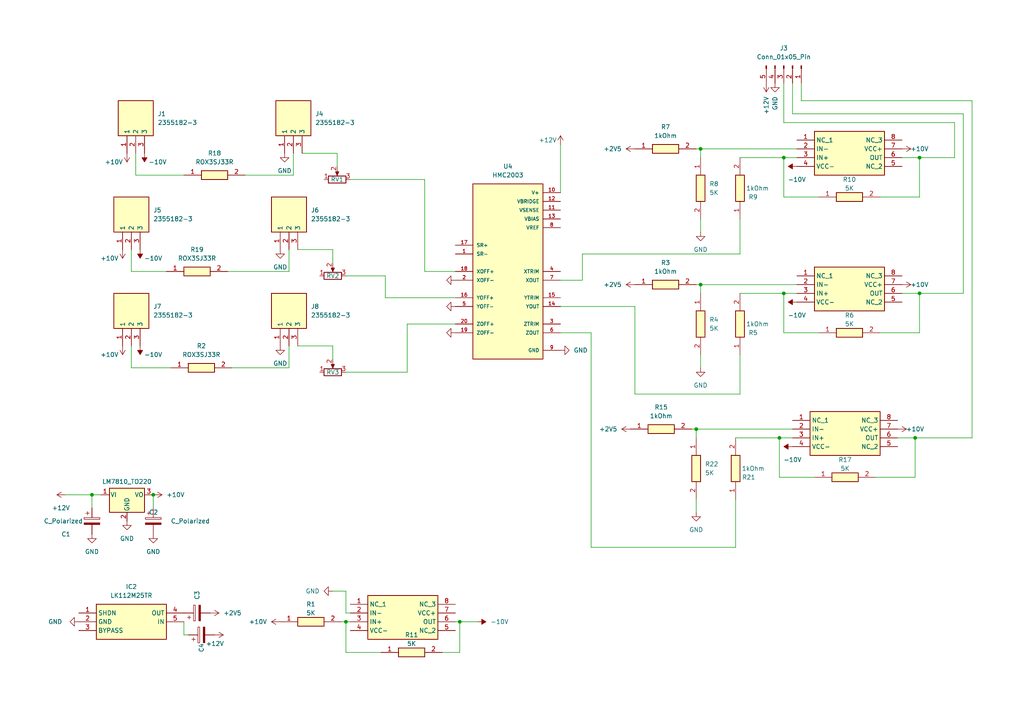
<source format=kicad_sch>
(kicad_sch (version 20230121) (generator eeschema)
  (paper "A4")
  (lib_symbols
    (symbol "2355182-3:2355182-3"
      (property "Reference" "J" (at 16.51 7.62 0))
      (property "Value" "2355182-3" (at 16.51 5.08 0))
      (symbol "2355182-3_1_1"
        (rectangle (start 5.08 2.54) (end 15.24 -7.62) (stroke (width 0.254)) (fill (type background)))
        (pin passive line (at 0 0 0) (length 5.08) (name "1") (number "1"))
        (pin passive line (at 0 -2.54 0) (length 5.08) (name "2") (number "2"))
        (pin passive line (at 0 -5.08 0) (length 5.08) (name "3") (number "3"))
      )
    )
    (symbol "CMF075K0000JNEK:CMF075K0000JNEK" (pin_names hide)
      (property "Reference" "R" (at 13.97 6.35 0))
      (property "Value" "CMF075K0000JNEK" (at 13.97 3.81 0))
      (symbol "CMF075K0000JNEK_1_1"
        (rectangle (start 5.08 1.27) (end 12.7 -1.27) (stroke (width 0.254)) (fill (type background)))
        (pin passive line (at 0 0 0) (length 5.08) (name "1") (number "1"))
        (pin passive line (at 17.78 0 180) (length 5.08) (name "2") (number "2"))
      )
    )
    (symbol "Connector:Conn_01x05_Pin" (pin_names (offset 1.016) hide)
      (property "Reference" "J" (at 0 7.62 0))
      (property "Value" "Conn_01x05_Pin" (at 0 -7.62 0))
      (symbol "Conn_01x05_Pin_1_1"
        (polyline (pts (xy 1.27 -5.08) (xy 0.8636 -5.08)) (stroke (width 0.1524)))
        (polyline (pts (xy 1.27 -2.54) (xy 0.8636 -2.54)) (stroke (width 0.1524)))
        (polyline (pts (xy 1.27 0) (xy 0.8636 0)) (stroke (width 0.1524)))
        (polyline (pts (xy 1.27 2.54) (xy 0.8636 2.54)) (stroke (width 0.1524)))
        (polyline (pts (xy 1.27 5.08) (xy 0.8636 5.08)) (stroke (width 0.1524)))
        (rectangle (start 0.8636 -4.953) (end 0 -5.207) (stroke (width 0.1524)) (fill (type outline)))
        (rectangle (start 0.8636 -2.413) (end 0 -2.667) (stroke (width 0.1524)) (fill (type outline)))
        (rectangle (start 0.8636 0.127) (end 0 -0.127) (stroke (width 0.1524)) (fill (type outline)))
        (rectangle (start 0.8636 2.667) (end 0 2.413) (stroke (width 0.1524)) (fill (type outline)))
        (rectangle (start 0.8636 5.207) (end 0 4.953) (stroke (width 0.1524)) (fill (type outline)))
        (pin passive line (at 5.08 5.08 180) (length 3.81) (name "Pin_1") (number "1"))
        (pin passive line (at 5.08 2.54 180) (length 3.81) (name "Pin_2") (number "2"))
        (pin passive line (at 5.08 0 180) (length 3.81) (name "Pin_3") (number "3"))
        (pin passive line (at 5.08 -2.54 180) (length 3.81) (name "Pin_4") (number "4"))
        (pin passive line (at 5.08 -5.08 180) (length 3.81) (name "Pin_5") (number "5"))
      )
    )
    (symbol "Device:C_Polarized" (pin_numbers hide) (pin_names (offset 0.254))
      (property "Reference" "C" (at 0.635 2.54 0))
      (property "Value" "C_Polarized" (at 0.635 -2.54 0))
      (symbol "C_Polarized_0_1"
        (rectangle (start -2.286 0.508) (end 2.286 1.016))
        (polyline (pts (xy -1.778 2.286) (xy -0.762 2.286)))
        (polyline (pts (xy -1.27 2.794) (xy -1.27 1.778)))
        (rectangle (start 2.286 -0.508) (end -2.286 -1.016) (fill (type outline)))
      )
      (symbol "C_Polarized_1_1"
        (pin passive line (at 0 3.81 270) (length 2.794) (name "~") (number "1"))
        (pin passive line (at 0 -3.81 90) (length 2.794) (name "~") (number "2"))
      )
    )
    (symbol "Device:R_Potentiometer" (pin_names (offset 1.016) hide)
      (property "Reference" "RV" (at -4.445 0 90))
      (property "Value" "R_Potentiometer" (at -2.54 0 90))
      (symbol "R_Potentiometer_0_1"
        (polyline (pts (xy 2.54 0) (xy 1.524 0)))
        (polyline (pts (xy 1.143 0) (xy 2.286 0.508) (xy 2.286 -0.508) (xy 1.143 0)) (fill (type outline)))
        (rectangle (start 1.016 2.54) (end -1.016 -2.54) (stroke (width 0.254)))
      )
      (symbol "R_Potentiometer_1_1"
        (pin passive line (at 0 3.81 270) (length 1.27) (name "1") (number "1"))
        (pin passive line (at 3.81 0 180) (length 1.27) (name "2") (number "2"))
        (pin passive line (at 0 -3.81 90) (length 1.27) (name "3") (number "3"))
      )
    )
    (symbol "HMC2003:HMC2003" (pin_names (offset 1.016))
      (property "Reference" "U" (at -10.16 26.035 0))
      (property "Value" "HMC2003" (at -10.16 -27.94 0))
      (symbol "HMC2003_0_0"
        (rectangle (start -10.16 -25.4) (end 10.16 25.4) (stroke (width 0.254)) (fill (type background)))
        (pin input line (at -15.24 5.08 0) (length 5.08) (name "SR-") (number "1"))
        (pin power_in line (at 15.24 22.86 180) (length 5.08) (name "V+") (number "10"))
        (pin power_in line (at 15.24 17.78 180) (length 5.08) (name "VSENSE") (number "11"))
        (pin power_in line (at 15.24 20.32 180) (length 5.08) (name "VBRIDGE") (number "12"))
        (pin power_in line (at 15.24 15.24 180) (length 5.08) (name "VBIAS") (number "13"))
        (pin output line (at 15.24 -10.16 180) (length 5.08) (name "YOUT") (number "14"))
        (pin passive line (at 15.24 -7.62 180) (length 5.08) (name "YTRIM") (number "15"))
        (pin input line (at -15.24 -7.62 0) (length 5.08) (name "YOFF+") (number "16"))
        (pin input line (at -15.24 7.62 0) (length 5.08) (name "SR+") (number "17"))
        (pin input line (at -15.24 0 0) (length 5.08) (name "XOFF+") (number "18"))
        (pin input line (at -15.24 -17.78 0) (length 5.08) (name "ZOFF-") (number "19"))
        (pin input line (at -15.24 -2.54 0) (length 5.08) (name "XOFF-") (number "2"))
        (pin input line (at -15.24 -15.24 0) (length 5.08) (name "ZOFF+") (number "20"))
        (pin passive line (at 15.24 -15.24 180) (length 5.08) (name "ZTRIM") (number "3"))
        (pin passive line (at 15.24 0 180) (length 5.08) (name "XTRIM") (number "4"))
        (pin input line (at -15.24 -10.16 0) (length 5.08) (name "YOFF-") (number "5"))
        (pin output line (at 15.24 -17.78 180) (length 5.08) (name "ZOUT") (number "6"))
        (pin output line (at 15.24 -2.54 180) (length 5.08) (name "XOUT") (number "7"))
        (pin power_in line (at 15.24 12.7 180) (length 5.08) (name "VREF") (number "8"))
        (pin power_in line (at 15.24 -22.86 180) (length 5.08) (name "GND") (number "9"))
      )
    )
    (symbol "LK112M25TR:LK112M25TR"
      (property "Reference" "IC" (at 26.67 7.62 0))
      (property "Value" "LK112M25TR" (at 26.67 5.08 0))
      (symbol "LK112M25TR_1_1"
        (rectangle (start 5.08 2.54) (end 25.4 -7.62) (stroke (width 0.254)) (fill (type background)))
        (pin input line (at 0 0 0) (length 5.08) (name "SHDN") (number "1"))
        (pin power_in line (at 0 -2.54 0) (length 5.08) (name "GND") (number "2"))
        (pin passive line (at 0 -5.08 0) (length 5.08) (name "BYPASS") (number "3"))
        (pin output line (at 30.48 0 180) (length 5.08) (name "OUT") (number "4"))
        (pin input line (at 30.48 -2.54 180) (length 5.08) (name "IN") (number "5"))
      )
    )
    (symbol "ROX3SJ33R:ROX3SJ33R" (pin_names hide)
      (property "Reference" "R" (at 13.97 6.35 0))
      (property "Value" "ROX3SJ33R" (at 13.97 3.81 0))
      (symbol "ROX3SJ33R_1_1"
        (rectangle (start 5.08 1.27) (end 12.7 -1.27) (stroke (width 0.254)) (fill (type background)))
        (pin passive line (at 0 0 0) (length 5.08) (name "1") (number "1"))
        (pin passive line (at 17.78 0 180) (length 5.08) (name "2") (number "2"))
      )
    )
    (symbol "RSF1JT1K00:RSF1JT1K00" (pin_names hide)
      (property "Reference" "R" (at 13.97 6.35 0))
      (property "Value" "RSF1JT1K00" (at 13.97 3.81 0))
      (symbol "RSF1JT1K00_1_1"
        (rectangle (start 5.08 1.27) (end 12.7 -1.27) (stroke (width 0.254)) (fill (type background)))
        (pin passive line (at 0 0 0) (length 5.08) (name "1") (number "1"))
        (pin passive line (at 17.78 0 180) (length 5.08) (name "2") (number "2"))
      )
    )
    (symbol "Regulator_Linear:LM7810_TO220" (pin_names (offset 0.254))
      (property "Reference" "U" (at -3.81 3.175 0))
      (property "Value" "LM7810_TO220" (at 0 3.175 0))
      (symbol "LM7810_TO220_0_1"
        (rectangle (start -5.08 1.905) (end 5.08 -5.08) (stroke (width 0.254)) (fill (type background)))
      )
      (symbol "LM7810_TO220_1_1"
        (pin power_in line (at -7.62 0 0) (length 2.54) (name "VI") (number "1"))
        (pin power_in line (at 0 -7.62 90) (length 2.54) (name "GND") (number "2"))
        (pin power_out line (at 7.62 0 180) (length 2.54) (name "VO") (number "3"))
      )
    )
    (symbol "TL971ID:TL971ID"
      (property "Reference" "IC" (at 26.67 7.62 0))
      (property "Value" "TL971ID" (at 26.67 5.08 0))
      (symbol "TL971ID_1_1"
        (rectangle (start 5.08 2.54) (end 25.4 -10.16) (stroke (width 0.254)) (fill (type background)))
        (pin passive line (at 0 0 0) (length 5.08) (name "NC_1") (number "1"))
        (pin passive line (at 0 -2.54 0) (length 5.08) (name "IN-") (number "2"))
        (pin passive line (at 0 -5.08 0) (length 5.08) (name "IN+") (number "3"))
        (pin passive line (at 0 -7.62 0) (length 5.08) (name "VCC-") (number "4"))
        (pin passive line (at 30.48 -7.62 180) (length 5.08) (name "NC_2") (number "5"))
        (pin passive line (at 30.48 -5.08 180) (length 5.08) (name "OUT") (number "6"))
        (pin passive line (at 30.48 -2.54 180) (length 5.08) (name "VCC+") (number "7"))
        (pin passive line (at 30.48 0 180) (length 5.08) (name "NC_3") (number "8"))
      )
    )
    (symbol "power:+10V" (power) (pin_names (offset 0))
      (property "Value" "+10V" (at 0 3.556 0))
      (symbol "+10V_0_1"
        (polyline (pts (xy -0.762 1.27) (xy 0 2.54)))
        (polyline (pts (xy 0 0) (xy 0 2.54)))
        (polyline (pts (xy 0 2.54) (xy 0.762 1.27)))
      )
      (symbol "+10V_1_1"
        (pin power_in line (at 0 0 90) (length 0) hide (name "+10V") (number "1"))
      )
    )
    (symbol "power:+12V" (power) (pin_names (offset 0))
      (property "Value" "+12V" (at 0 3.556 0))
      (symbol "+12V_0_1"
        (polyline (pts (xy -0.762 1.27) (xy 0 2.54)))
        (polyline (pts (xy 0 0) (xy 0 2.54)))
        (polyline (pts (xy 0 2.54) (xy 0.762 1.27)))
      )
      (symbol "+12V_1_1"
        (pin power_in line (at 0 0 90) (length 0) hide (name "+12V") (number "1"))
      )
    )
    (symbol "power:+2V5" (power) (pin_names (offset 0))
      (property "Value" "+2V5" (at 0 3.556 0))
      (symbol "+2V5_0_1"
        (polyline (pts (xy -0.762 1.27) (xy 0 2.54)))
        (polyline (pts (xy 0 0) (xy 0 2.54)))
        (polyline (pts (xy 0 2.54) (xy 0.762 1.27)))
      )
      (symbol "+2V5_1_1"
        (pin power_in line (at 0 0 90) (length 0) hide (name "+2V5") (number "1"))
      )
    )
    (symbol "power:-10V" (power) (pin_names (offset 0))
      (property "Value" "-10V" (at 0 3.81 0))
      (symbol "-10V_0_0"
        (pin power_in line (at 0 0 90) (length 0) hide (name "-10V") (number "1"))
      )
      (symbol "-10V_0_1"
        (polyline (pts (xy 0 0) (xy 0 1.27) (xy 0.762 1.27) (xy 0 2.54) (xy -0.762 1.27) (xy 0 1.27)) (fill (type outline)))
      )
    )
    (symbol "power:GND" (power) (pin_names (offset 0))
      (property "Value" "GND" (at 0 -3.81 0))
      (symbol "GND_0_1"
        (polyline (pts (xy 0 0) (xy 0 -1.27) (xy 1.27 -1.27) (xy 0 -2.54) (xy -1.27 -1.27) (xy 0 -1.27)))
      )
      (symbol "GND_1_1"
        (pin power_in line (at 0 0 270) (length 0) hide (name "GND") (number "1"))
      )
    )
  )
  (junction (at 26.67 143.51))
  (junction (at 227.33 85.09))
  (junction (at 100.33 180.34))
  (junction (at 44.45 143.51))
  (junction (at 203.2 43.18))
  (junction (at 201.93 124.46))
  (junction (at 133.35 180.34))
  (junction (at 226.06 127))
  (junction (at 203.2 82.55))
  (junction (at 266.7 45.72))
  (junction (at 265.43 127))
  (junction (at 266.7 85.09))
  (junction (at 227.33 45.72))
  (wire (pts (xy 279.4 33.02) (xy 229.87 33.02)))
  (wire (pts (xy 133.35 189.23) (xy 133.35 180.34)))
  (wire (pts (xy 67.31 106.68) (xy 83.82 106.68)))
  (wire (pts (xy 276.86 35.56) (xy 227.33 35.56)))
  (wire (pts (xy 281.94 29.21) (xy 281.94 127)))
  (wire (pts (xy 227.33 57.15) (xy 237.49 57.15)))
  (wire (pts (xy 201.93 82.55) (xy 203.2 82.55)))
  (wire (pts (xy 227.33 57.15) (xy 227.33 45.72)))
  (wire (pts (xy 162.56 88.9) (xy 184.15 88.9)))
  (wire (pts (xy 118.11 107.95) (xy 118.11 93.98)))
  (wire (pts (xy 203.2 82.55) (xy 231.14 82.55)))
  (wire (pts (xy 279.4 85.09) (xy 279.4 33.02)))
  (wire (pts (xy 254 138.43) (xy 265.43 138.43)))
  (wire (pts (xy 38.1 106.68) (xy 49.53 106.68)))
  (wire (pts (xy 133.35 180.34) (xy 132.08 180.34)))
  (wire (pts (xy 232.41 29.21) (xy 281.94 29.21)))
  (wire (pts (xy 118.11 93.98) (xy 132.08 93.98)))
  (wire (pts (xy 227.33 96.52) (xy 237.49 96.52)))
  (wire (pts (xy 123.19 78.74) (xy 132.08 78.74)))
  (wire (pts (xy 214.63 85.09) (xy 227.33 85.09)))
  (wire (pts (xy 214.63 45.72) (xy 227.33 45.72)))
  (wire (pts (xy 66.04 78.74) (xy 83.82 78.74)))
  (wire (pts (xy 265.43 138.43) (xy 265.43 127)))
  (wire (pts (xy 38.1 78.74) (xy 48.26 78.74)))
  (wire (pts (xy 44.45 143.51) (xy 44.45 147.32)))
  (wire (pts (xy 203.2 102.87) (xy 203.2 106.68)))
  (wire (pts (xy 201.93 124.46) (xy 201.93 127)))
  (wire (pts (xy 83.82 78.74) (xy 83.82 72.39)))
  (wire (pts (xy 128.27 189.23) (xy 133.35 189.23)))
  (wire (pts (xy 39.37 44.45) (xy 39.37 50.8)))
  (wire (pts (xy 162.56 96.52) (xy 171.45 96.52)))
  (wire (pts (xy 101.6 177.8) (xy 100.33 177.8)))
  (wire (pts (xy 201.93 144.78) (xy 201.93 148.59)))
  (wire (pts (xy 99.06 180.34) (xy 100.33 180.34)))
  (wire (pts (xy 265.43 127) (xy 281.94 127)))
  (wire (pts (xy 101.6 52.07) (xy 123.19 52.07)))
  (wire (pts (xy 214.63 73.66) (xy 214.63 63.5)))
  (wire (pts (xy 213.36 127) (xy 226.06 127)))
  (wire (pts (xy 168.91 73.66) (xy 168.91 81.28)))
  (wire (pts (xy 171.45 96.52) (xy 171.45 158.75)))
  (wire (pts (xy 260.35 127) (xy 265.43 127)))
  (wire (pts (xy 203.2 63.5) (xy 203.2 67.31)))
  (wire (pts (xy 26.67 143.51) (xy 26.67 147.32)))
  (wire (pts (xy 201.93 43.18) (xy 203.2 43.18)))
  (wire (pts (xy 87.63 44.45) (xy 97.79 44.45)))
  (wire (pts (xy 226.06 138.43) (xy 226.06 127)))
  (wire (pts (xy 38.1 100.33) (xy 38.1 106.68)))
  (wire (pts (xy 226.06 138.43) (xy 236.22 138.43)))
  (wire (pts (xy 266.7 96.52) (xy 266.7 85.09)))
  (wire (pts (xy 227.33 45.72) (xy 231.14 45.72)))
  (wire (pts (xy 85.09 50.8) (xy 85.09 44.45)))
  (wire (pts (xy 201.93 124.46) (xy 229.87 124.46)))
  (wire (pts (xy 100.33 107.95) (xy 118.11 107.95)))
  (wire (pts (xy 86.36 100.33) (xy 96.52 100.33)))
  (wire (pts (xy 184.15 114.3) (xy 214.63 114.3)))
  (wire (pts (xy 214.63 102.87) (xy 214.63 114.3)))
  (wire (pts (xy 26.67 143.51) (xy 29.21 143.51)))
  (wire (pts (xy 261.62 85.09) (xy 266.7 85.09)))
  (wire (pts (xy 96.52 100.33) (xy 96.52 104.14)))
  (wire (pts (xy 226.06 127) (xy 229.87 127)))
  (wire (pts (xy 100.33 177.8) (xy 100.33 171.45)))
  (wire (pts (xy 162.56 41.91) (xy 162.56 55.88)))
  (wire (pts (xy 83.82 106.68) (xy 83.82 100.33)))
  (wire (pts (xy 213.36 158.75) (xy 213.36 144.78)))
  (wire (pts (xy 229.87 33.02) (xy 229.87 24.13)))
  (wire (pts (xy 100.33 80.01) (xy 111.76 80.01)))
  (wire (pts (xy 111.76 80.01) (xy 111.76 86.36)))
  (wire (pts (xy 19.05 143.51) (xy 26.67 143.51)))
  (wire (pts (xy 227.33 96.52) (xy 227.33 85.09)))
  (wire (pts (xy 266.7 45.72) (xy 276.86 45.72)))
  (wire (pts (xy 110.49 189.23) (xy 100.33 189.23)))
  (wire (pts (xy 97.79 44.45) (xy 97.79 48.26)))
  (wire (pts (xy 255.27 57.15) (xy 266.7 57.15)))
  (wire (pts (xy 266.7 85.09) (xy 279.4 85.09)))
  (wire (pts (xy 162.56 81.28) (xy 168.91 81.28)))
  (wire (pts (xy 203.2 82.55) (xy 203.2 85.09)))
  (wire (pts (xy 266.7 57.15) (xy 266.7 45.72)))
  (wire (pts (xy 232.41 24.13) (xy 232.41 29.21)))
  (wire (pts (xy 168.91 73.66) (xy 214.63 73.66)))
  (wire (pts (xy 276.86 45.72) (xy 276.86 35.56)))
  (wire (pts (xy 184.15 88.9) (xy 184.15 114.3)))
  (wire (pts (xy 200.66 124.46) (xy 201.93 124.46)))
  (wire (pts (xy 100.33 189.23) (xy 100.33 180.34)))
  (wire (pts (xy 86.36 72.39) (xy 96.52 72.39)))
  (wire (pts (xy 38.1 72.39) (xy 38.1 78.74)))
  (wire (pts (xy 203.2 43.18) (xy 231.14 43.18)))
  (wire (pts (xy 138.43 180.34) (xy 133.35 180.34)))
  (wire (pts (xy 100.33 180.34) (xy 101.6 180.34)))
  (wire (pts (xy 39.37 50.8) (xy 53.34 50.8)))
  (wire (pts (xy 171.45 158.75) (xy 213.36 158.75)))
  (wire (pts (xy 71.12 50.8) (xy 85.09 50.8)))
  (wire (pts (xy 227.33 85.09) (xy 231.14 85.09)))
  (wire (pts (xy 203.2 43.18) (xy 203.2 45.72)))
  (wire (pts (xy 227.33 35.56) (xy 227.33 24.13)))
  (wire (pts (xy 96.52 72.39) (xy 96.52 76.2)))
  (wire (pts (xy 111.76 86.36) (xy 132.08 86.36)))
  (wire (pts (xy 100.33 171.45) (xy 96.52 171.45)))
  (wire (pts (xy 53.34 184.15) (xy 54.61 184.15)))
  (wire (pts (xy 261.62 45.72) (xy 266.7 45.72)))
  (wire (pts (xy 123.19 52.07) (xy 123.19 78.74)))
  (wire (pts (xy 53.34 180.34) (xy 53.34 184.15)))
  (wire (pts (xy 255.27 96.52) (xy 266.7 96.52)))
  (symbol (lib_id "Device:C_Polarized") (at 44.45 151.13 0) (unit 1)
    (property "Reference" "C2" (at 43.18 148.59 0) (effects (justify left)))
    (property "Value" "C_Polarized" (at 49.53 151.13 0) (effects (justify left)))
    (property "Footprint" "KiCad:CAPRRD750W80D1600H4150" (effects hide))
  )
  (symbol (lib_id "power:-10V") (at 138.43 180.34 270) (unit 1)
    (property "Reference" "#PWR013" (effects hide))
    (property "Value" "-10V" (at 142.24 180.34 90) (effects (justify left)))
  )
  (symbol (lib_id "TL971ID:TL971ID") (at 231.14 40.64 0) (unit 1)
    (property "Reference" "IC5" (effects hide))
    (property "Value" "TL971ID" (effects hide))
    (property "Footprint" "KiCad:SOIC127P600X175-8N" (effects hide))
    (property "Datasheet" "http://www.ti.com/lit/gpn/TL971" (effects hide))
    (property "Height" "1.75" (effects hide))
    (property "Mouser Part Number" "595-TL971ID" (effects hide))
    (property "Mouser Price/Stock" "https://www.mouser.co.uk/ProductDetail/Texas-Instruments/TL971ID/?qs=oFh0aswXlb%2F4uFo1nyomGQ%3D%3D" (effects hide))
    (property "Manufacturer_Name" "Texas Instruments" (effects hide))
    (property "Manufacturer_Part_Number" "TL971ID" (effects hide))
  )
  (symbol (lib_id "power:+12V") (at 162.56 41.91 0) (unit 1)
    (property "Reference" "#PWR04" (effects hide))
    (property "Value" "+12V" (at 156.21 40.64 0) (effects (justify left)))
  )
  (symbol (lib_id "Device:R_Potentiometer") (at 96.52 107.95 90) (unit 1)
    (property "Reference" "RV3" (at 96.52 107.95 90))
    (property "Value" "R_Potentiometer" (effects hide))
    (property "Footprint" "Potentiometer_THT:Potentiometer_ACP_CA6-H2,5_Horizontal" (effects hide))
  )
  (symbol (lib_id "CMF075K0000JNEK:CMF075K0000JNEK") (at 237.49 57.15 0) (unit 1)
    (property "Reference" "R10" (at 246.38 52.07 0))
    (property "Value" "5K" (at 246.38 54.61 0))
    (property "Footprint" "KiCad:RESAD1653W69L737D229" (effects hide))
    (property "Datasheet" "http://www.vishay.com/docs/31018/cmfind.pdf" (effects hide))
    (property "Manufacturer_Name" "Vishay" (effects hide))
    (property "Manufacturer_Part_Number" "CMF075K0000JNEK" (effects hide))
  )
  (symbol (lib_id "ROX3SJ33R:ROX3SJ33R") (at 53.34 50.8 0) (unit 1)
    (property "Reference" "R18" (at 62.23 44.45 0))
    (property "Value" "ROX3SJ33R" (at 62.23 46.99 0))
    (property "Footprint" "KiCad:RESAD3700W80L1500D550" (effects hide))
    (property "Datasheet" "https://datasheet.datasheetarchive.com/originals/distributors/DKDS-39/9124.pdf" (effects hide))
    (property "Mouser Part Number" "279-ROX3SJ33R" (effects hide))
    (property "Mouser Price/Stock" "https://www.mouser.co.uk/ProductDetail/TE-Connectivity-Holsworthy/ROX3SJ33R?qs=ip69W3eHERVJGWl7kMO4nA%3D%3D" (effects hide))
    (property "Manufacturer_Name" "TE Connectivity" (effects hide))
    (property "Manufacturer_Part_Number" "ROX3SJ33R" (effects hide))
  )
  (symbol (lib_id "power:GND") (at 201.93 148.59 0) (unit 1)
    (property "Reference" "#PWR041" (effects hide))
    (property "Value" "GND" (at 201.93 153.67 0))
  )
  (symbol (lib_id "RSF1JT1K00:RSF1JT1K00") (at 184.15 43.18 0) (unit 1)
    (property "Reference" "R7" (at 193.04 36.83 0))
    (property "Value" "1kOhm" (at 193.04 39.37 0))
    (property "Footprint" "KiCad:RESAD2900W85L1100D450" (effects hide))
    (property "Datasheet" "https://cs.seielect.com/catalog/SEI-RSF_RSMF.pdf" (effects hide))
    (property "Manufacturer_Name" "Stackpole Electronics, Inc." (effects hide))
    (property "Manufacturer_Part_Number" "RSF1JT1K00" (effects hide))
  )
  (symbol (lib_id "power:+10V") (at 35.56 100.33 180) (unit 1)
    (property "Reference" "#PWR037" (effects hide))
    (property "Value" "+10V" (at 31.75 102.87 0))
  )
  (symbol (lib_id "RSF1JT1K00:RSF1JT1K00") (at 182.88 124.46 0) (unit 1)
    (property "Reference" "R15" (at 191.77 118.11 0))
    (property "Value" "1kOhm" (at 191.77 120.65 0))
    (property "Footprint" "KiCad:RESAD2900W85L1100D450" (effects hide))
    (property "Datasheet" "https://cs.seielect.com/catalog/SEI-RSF_RSMF.pdf" (effects hide))
    (property "Manufacturer_Name" "Stackpole Electronics, Inc." (effects hide))
    (property "Manufacturer_Part_Number" "RSF1JT1K00" (effects hide))
  )
  (symbol (lib_id "ROX3SJ33R:ROX3SJ33R") (at 49.53 106.68 0) (unit 1)
    (property "Reference" "R2" (at 58.42 100.33 0))
    (property "Value" "ROX3SJ33R" (at 58.42 102.87 0))
    (property "Footprint" "KiCad:RESAD3700W80L1500D550" (effects hide))
    (property "Datasheet" "https://datasheet.datasheetarchive.com/originals/distributors/DKDS-39/9124.pdf" (effects hide))
    (property "Mouser Part Number" "279-ROX3SJ33R" (effects hide))
    (property "Mouser Price/Stock" "https://www.mouser.co.uk/ProductDetail/TE-Connectivity-Holsworthy/ROX3SJ33R?qs=ip69W3eHERVJGWl7kMO4nA%3D%3D" (effects hide))
    (property "Manufacturer_Name" "TE Connectivity" (effects hide))
    (property "Manufacturer_Part_Number" "ROX3SJ33R" (effects hide))
  )
  (symbol (lib_id "power:+10V") (at 35.56 72.39 180) (unit 1)
    (property "Reference" "#PWR034" (effects hide))
    (property "Value" "+10V" (at 31.75 74.93 0))
  )
  (symbol (lib_id "2355182-3:2355182-3") (at 81.28 100.33 90) (unit 1)
    (property "Reference" "J8" (at 90.17 88.9 90) (effects (justify right)))
    (property "Value" "2355182-3" (at 90.17 91.44 90) (effects (justify right)))
    (property "Footprint" "KiCad:HDRV3W50P0X200_1X3_600X200X550P" (effects hide))
    (property "Datasheet" "https://www.te.com/commerce/DocumentDelivery/DDEController?Action=srchrtrv&DocNm=2355182&DocType=Customer+Drawing&DocLang=English&DocFormat=pdf&PartCntxt=2355182-3" (effects hide))
    (property "Height" "5.5" (effects hide))
    (property "Mouser Part Number" "571-2355182-3" (effects hide))
    (property "Mouser Price/Stock" "https://www.mouser.co.uk/ProductDetail/TE-Connectivity/2355182-3?qs=Cb2nCFKsA8qFdalzWsoTCg%3D%3D" (effects hide))
    (property "Manufacturer_Name" "TE Connectivity" (effects hide))
    (property "Manufacturer_Part_Number" "2355182-3" (effects hide))
  )
  (symbol (lib_id "TL971ID:TL971ID") (at 229.87 121.92 0) (unit 1)
    (property "Reference" "IC3" (effects hide))
    (property "Value" "TL971ID" (effects hide))
    (property "Footprint" "KiCad:SOIC127P600X175-8N" (effects hide))
    (property "Datasheet" "http://www.ti.com/lit/gpn/TL971" (effects hide))
    (property "Height" "1.75" (effects hide))
    (property "Mouser Part Number" "595-TL971ID" (effects hide))
    (property "Mouser Price/Stock" "https://www.mouser.co.uk/ProductDetail/Texas-Instruments/TL971ID/?qs=oFh0aswXlb%2F4uFo1nyomGQ%3D%3D" (effects hide))
    (property "Manufacturer_Name" "Texas Instruments" (effects hide))
    (property "Manufacturer_Part_Number" "TL971ID" (effects hide))
  )
  (symbol (lib_id "power:GND") (at 203.2 67.31 0) (unit 1)
    (property "Reference" "#PWR020" (effects hide))
    (property "Value" "GND" (at 203.2 72.39 0))
  )
  (symbol (lib_id "power:GND") (at 81.28 72.39 0) (unit 1)
    (property "Reference" "#PWR036" (effects hide))
    (property "Value" "GND" (at 81.28 77.47 0))
  )
  (symbol (lib_id "power:GND") (at 81.28 100.33 0) (unit 1)
    (property "Reference" "#PWR039" (effects hide))
    (property "Value" "GND" (at 81.28 105.41 0))
  )
  (symbol (lib_id "Device:R_Potentiometer") (at 96.52 80.01 90) (unit 1)
    (property "Reference" "RV2" (at 96.52 80.01 90))
    (property "Value" "R_Potentiometer" (effects hide))
    (property "Footprint" "Potentiometer_THT:Potentiometer_ACP_CA6-H2,5_Horizontal" (effects hide))
  )
  (symbol (lib_id "CMF075K0000JNEK:CMF075K0000JNEK") (at 237.49 96.52 0) (unit 1)
    (property "Reference" "R6" (at 246.38 91.44 0))
    (property "Value" "5K" (at 246.38 93.98 0))
    (property "Footprint" "KiCad:RESAD1653W69L737D229" (effects hide))
    (property "Datasheet" "http://www.vishay.com/docs/31018/cmfind.pdf" (effects hide))
    (property "Manufacturer_Name" "Vishay" (effects hide))
    (property "Manufacturer_Part_Number" "CMF075K0000JNEK" (effects hide))
  )
  (symbol (lib_id "CMF075K0000JNEK:CMF075K0000JNEK") (at 236.22 138.43 0) (unit 1)
    (property "Reference" "R17" (at 245.11 133.35 0))
    (property "Value" "5K" (at 245.11 135.89 0))
    (property "Footprint" "KiCad:RESAD1653W69L737D229" (effects hide))
    (property "Datasheet" "http://www.vishay.com/docs/31018/cmfind.pdf" (effects hide))
    (property "Manufacturer_Name" "Vishay" (effects hide))
    (property "Manufacturer_Part_Number" "CMF075K0000JNEK" (effects hide))
  )
  (symbol (lib_id "power:GND") (at 36.83 151.13 0) (unit 1)
    (property "Reference" "#PWR02" (effects hide))
    (property "Value" "GND" (at 36.83 156.21 0))
  )
  (symbol (lib_id "Device:C_Polarized") (at 57.15 177.8 90) (unit 1)
    (property "Reference" "C3" (at 57.15 173.99 0) (effects (justify left)))
    (property "Value" "C_Polarized" (effects hide))
    (property "Footprint" "KiCad:CAPRRD750W80D1600H4150" (effects hide))
  )
  (symbol (lib_id "power:GND") (at 203.2 106.68 0) (unit 1)
    (property "Reference" "#PWR016" (effects hide))
    (property "Value" "GND" (at 203.2 111.76 0))
  )
  (symbol (lib_id "power:+10V") (at 261.62 43.18 270) (unit 1)
    (property "Reference" "#PWR022" (effects hide))
    (property "Value" "+10V" (at 266.7 43.18 90))
  )
  (symbol (lib_id "HMC2003:HMC2003") (at 147.32 78.74 0) (unit 1)
    (property "Reference" "U4" (at 147.32 48.26 0))
    (property "Value" "HMC2003" (at 147.32 50.8 0))
    (property "Footprint" "KiCad:DIPS1524W64P254L2730H902Q20" (effects hide))
    (property "STANDARD" "IPC-7251" (effects hide))
    (property "MANUFACTURER" "Honeywell" (effects hide))
  )
  (symbol (lib_id "power:GND") (at 26.67 154.94 0) (unit 1)
    (property "Reference" "#PWR030" (effects hide))
    (property "Value" "GND" (at 26.67 160.02 0))
  )
  (symbol (lib_id "power:+12V") (at 62.23 184.15 270) (unit 1)
    (property "Reference" "#PWR024" (effects hide))
    (property "Value" "+12V" (at 59.69 186.69 90) (effects (justify left)))
  )
  (symbol (lib_id "RSF1JT1K00:RSF1JT1K00") (at 214.63 63.5 90) (unit 1)
    (property "Reference" "R9" (at 218.44 57.15 90))
    (property "Value" "1kOhm" (at 219.71 54.61 90))
    (property "Footprint" "KiCad:RESAD2900W85L1100D450" (effects hide))
    (property "Datasheet" "https://cs.seielect.com/catalog/SEI-RSF_RSMF.pdf" (effects hide))
    (property "Manufacturer_Name" "Stackpole Electronics, Inc." (effects hide))
    (property "Manufacturer_Part_Number" "RSF1JT1K00" (effects hide))
  )
  (symbol (lib_id "Device:R_Potentiometer") (at 97.79 52.07 90) (unit 1)
    (property "Reference" "RV1" (at 97.79 52.07 90))
    (property "Value" "R_Potentiometer" (effects hide))
    (property "Footprint" "Potentiometer_THT:Potentiometer_ACP_CA6-H2,5_Horizontal" (effects hide))
  )
  (symbol (lib_id "power:+10V") (at 261.62 82.55 270) (unit 1)
    (property "Reference" "#PWR018" (effects hide))
    (property "Value" "+10V" (at 266.7 82.55 90))
  )
  (symbol (lib_id "power:-10V") (at 41.91 44.45 180) (unit 1)
    (property "Reference" "#PWR028" (effects hide))
    (property "Value" "-10V" (at 45.72 46.99 0))
  )
  (symbol (lib_id "RSF1JT1K00:RSF1JT1K00") (at 184.15 82.55 0) (unit 1)
    (property "Reference" "R3" (at 193.04 76.2 0))
    (property "Value" "1kOhm" (at 193.04 78.74 0))
    (property "Footprint" "KiCad:RESAD2900W85L1100D450" (effects hide))
    (property "Datasheet" "https://cs.seielect.com/catalog/SEI-RSF_RSMF.pdf" (effects hide))
    (property "Manufacturer_Name" "Stackpole Electronics, Inc." (effects hide))
    (property "Manufacturer_Part_Number" "RSF1JT1K00" (effects hide))
  )
  (symbol (lib_id "Regulator_Linear:LM7810_TO220") (at 36.83 143.51 0) (unit 1)
    (property "Reference" "U8" (effects hide))
    (property "Value" "LM7810_TO220" (at 36.83 139.7 0))
    (property "Footprint" "Package_TO_SOT_THT:TO-220-3_Vertical" (effects hide))
    (property "Datasheet" "https://www.onsemi.cn/PowerSolutions/document/MC7800-D.PDF" (effects hide))
  )
  (symbol (lib_id "power:GND") (at 162.56 101.6 90) (unit 1)
    (property "Reference" "#PWR014" (effects hide))
    (property "Value" "GND" (at 166.37 101.6 90) (effects (justify right)))
  )
  (symbol (lib_id "power:GND") (at 132.08 88.9 270) (unit 1)
    (property "Reference" "#PWR032" (effects hide))
    (property "Value" "GND" (effects hide))
  )
  (symbol (lib_id "2355182-3:2355182-3") (at 36.83 44.45 90) (unit 1)
    (property "Reference" "J1" (at 45.72 33.02 90) (effects (justify right)))
    (property "Value" "2355182-3" (at 45.72 35.56 90) (effects (justify right)))
    (property "Footprint" "KiCad:HDRV3W50P0X200_1X3_600X200X550P" (effects hide))
    (property "Datasheet" "https://www.te.com/commerce/DocumentDelivery/DDEController?Action=srchrtrv&DocNm=2355182&DocType=Customer+Drawing&DocLang=English&DocFormat=pdf&PartCntxt=2355182-3" (effects hide))
    (property "Height" "5.5" (effects hide))
    (property "Mouser Part Number" "571-2355182-3" (effects hide))
    (property "Mouser Price/Stock" "https://www.mouser.co.uk/ProductDetail/TE-Connectivity/2355182-3?qs=Cb2nCFKsA8qFdalzWsoTCg%3D%3D" (effects hide))
    (property "Manufacturer_Name" "TE Connectivity" (effects hide))
    (property "Manufacturer_Part_Number" "2355182-3" (effects hide))
  )
  (symbol (lib_id "power:+2V5") (at 182.88 124.46 90) (unit 1)
    (property "Reference" "#PWR040" (effects hide))
    (property "Value" "+2V5" (at 179.07 124.46 90) (effects (justify left)))
  )
  (symbol (lib_id "power:+12V") (at 19.05 143.51 90) (unit 1)
    (property "Reference" "#PWR01" (effects hide))
    (property "Value" "+12V" (at 20.32 147.32 90) (effects (justify left)))
  )
  (symbol (lib_id "ROX3SJ33R:ROX3SJ33R") (at 48.26 78.74 0) (unit 1)
    (property "Reference" "R19" (at 57.15 72.39 0))
    (property "Value" "ROX3SJ33R" (at 57.15 74.93 0))
    (property "Footprint" "KiCad:RESAD3700W80L1500D550" (effects hide))
    (property "Datasheet" "https://datasheet.datasheetarchive.com/originals/distributors/DKDS-39/9124.pdf" (effects hide))
    (property "Mouser Part Number" "279-ROX3SJ33R" (effects hide))
    (property "Mouser Price/Stock" "https://www.mouser.co.uk/ProductDetail/TE-Connectivity-Holsworthy/ROX3SJ33R?qs=ip69W3eHERVJGWl7kMO4nA%3D%3D" (effects hide))
    (property "Manufacturer_Name" "TE Connectivity" (effects hide))
    (property "Manufacturer_Part_Number" "ROX3SJ33R" (effects hide))
  )
  (symbol (lib_id "power:-10V") (at 229.87 129.54 90) (unit 1)
    (property "Reference" "#PWR042" (effects hide))
    (property "Value" "-10V" (at 229.87 133.35 90))
  )
  (symbol (lib_id "power:-10V") (at 40.64 72.39 180) (unit 1)
    (property "Reference" "#PWR035" (effects hide))
    (property "Value" "-10V" (at 44.45 74.93 0))
  )
  (symbol (lib_id "CMF075K0000JNEK:CMF075K0000JNEK") (at 81.28 180.34 0) (unit 1)
    (property "Reference" "R1" (at 90.17 175.26 0))
    (property "Value" "5K" (at 90.17 177.8 0))
    (property "Footprint" "KiCad:RESAD1653W69L737D229" (effects hide))
    (property "Datasheet" "http://www.vishay.com/docs/31018/cmfind.pdf" (effects hide))
    (property "Manufacturer_Name" "Vishay" (effects hide))
    (property "Manufacturer_Part_Number" "CMF075K0000JNEK" (effects hide))
  )
  (symbol (lib_id "power:GND") (at 96.52 171.45 270) (unit 1)
    (property "Reference" "#PWR08" (effects hide))
    (property "Value" "GND" (at 92.71 171.45 90) (effects (justify right)))
  )
  (symbol (lib_id "2355182-3:2355182-3") (at 35.56 72.39 90) (unit 1)
    (property "Reference" "J5" (at 44.45 60.96 90) (effects (justify right)))
    (property "Value" "2355182-3" (at 44.45 63.5 90) (effects (justify right)))
    (property "Footprint" "KiCad:HDRV3W50P0X200_1X3_600X200X550P" (effects hide))
    (property "Datasheet" "https://www.te.com/commerce/DocumentDelivery/DDEController?Action=srchrtrv&DocNm=2355182&DocType=Customer+Drawing&DocLang=English&DocFormat=pdf&PartCntxt=2355182-3" (effects hide))
    (property "Height" "5.5" (effects hide))
    (property "Mouser Part Number" "571-2355182-3" (effects hide))
    (property "Mouser Price/Stock" "https://www.mouser.co.uk/ProductDetail/TE-Connectivity/2355182-3?qs=Cb2nCFKsA8qFdalzWsoTCg%3D%3D" (effects hide))
    (property "Manufacturer_Name" "TE Connectivity" (effects hide))
    (property "Manufacturer_Part_Number" "2355182-3" (effects hide))
  )
  (symbol (lib_id "Device:C_Polarized") (at 58.42 184.15 90) (unit 1)
    (property "Reference" "C4" (at 58.42 189.23 0) (effects (justify left)))
    (property "Value" "C_Polarized" (effects hide))
    (property "Footprint" "KiCad:CAPRRD750W80D1600H4150" (effects hide))
  )
  (symbol (lib_id "power:+2V5") (at 184.15 82.55 90) (unit 1)
    (property "Reference" "#PWR015" (effects hide))
    (property "Value" "+2V5" (at 180.34 82.55 90) (effects (justify left)))
  )
  (symbol (lib_id "power:GND") (at 82.55 44.45 0) (unit 1)
    (property "Reference" "#PWR029" (effects hide))
    (property "Value" "GND" (at 82.55 49.53 0))
  )
  (symbol (lib_id "2355182-3:2355182-3") (at 81.28 72.39 90) (unit 1)
    (property "Reference" "J6" (at 90.17 60.96 90) (effects (justify right)))
    (property "Value" "2355182-3" (at 90.17 63.5 90) (effects (justify right)))
    (property "Footprint" "KiCad:HDRV3W50P0X200_1X3_600X200X550P" (effects hide))
    (property "Datasheet" "https://www.te.com/commerce/DocumentDelivery/DDEController?Action=srchrtrv&DocNm=2355182&DocType=Customer+Drawing&DocLang=English&DocFormat=pdf&PartCntxt=2355182-3" (effects hide))
    (property "Height" "5.5" (effects hide))
    (property "Mouser Part Number" "571-2355182-3" (effects hide))
    (property "Mouser Price/Stock" "https://www.mouser.co.uk/ProductDetail/TE-Connectivity/2355182-3?qs=Cb2nCFKsA8qFdalzWsoTCg%3D%3D" (effects hide))
    (property "Manufacturer_Name" "TE Connectivity" (effects hide))
    (property "Manufacturer_Part_Number" "2355182-3" (effects hide))
  )
  (symbol (lib_id "power:+10V") (at 36.83 44.45 180) (unit 1)
    (property "Reference" "#PWR011" (effects hide))
    (property "Value" "+10V" (at 33.02 46.99 0))
  )
  (symbol (lib_id "2355182-3:2355182-3") (at 35.56 100.33 90) (unit 1)
    (property "Reference" "J7" (at 44.45 88.9 90) (effects (justify right)))
    (property "Value" "2355182-3" (at 44.45 91.44 90) (effects (justify right)))
    (property "Footprint" "KiCad:HDRV3W50P0X200_1X3_600X200X550P" (effects hide))
    (property "Datasheet" "https://www.te.com/commerce/DocumentDelivery/DDEController?Action=srchrtrv&DocNm=2355182&DocType=Customer+Drawing&DocLang=English&DocFormat=pdf&PartCntxt=2355182-3" (effects hide))
    (property "Height" "5.5" (effects hide))
    (property "Mouser Part Number" "571-2355182-3" (effects hide))
    (property "Mouser Price/Stock" "https://www.mouser.co.uk/ProductDetail/TE-Connectivity/2355182-3?qs=Cb2nCFKsA8qFdalzWsoTCg%3D%3D" (effects hide))
    (property "Manufacturer_Name" "TE Connectivity" (effects hide))
    (property "Manufacturer_Part_Number" "2355182-3" (effects hide))
  )
  (symbol (lib_id "power:+10V") (at 44.45 143.51 270) (unit 1)
    (property "Reference" "#PWR03" (effects hide))
    (property "Value" "+10V" (at 48.26 143.51 90) (effects (justify left)))
  )
  (symbol (lib_id "power:GND") (at 224.79 24.13 0) (unit 1)
    (property "Reference" "#PWR012" (effects hide))
    (property "Value" "GND" (at 224.79 27.94 90) (effects (justify right)))
  )
  (symbol (lib_id "2355182-3:2355182-3") (at 82.55 44.45 90) (unit 1)
    (property "Reference" "J4" (at 91.44 33.02 90) (effects (justify right)))
    (property "Value" "2355182-3" (at 91.44 35.56 90) (effects (justify right)))
    (property "Footprint" "KiCad:HDRV3W50P0X200_1X3_600X200X550P" (effects hide))
    (property "Datasheet" "https://www.te.com/commerce/DocumentDelivery/DDEController?Action=srchrtrv&DocNm=2355182&DocType=Customer+Drawing&DocLang=English&DocFormat=pdf&PartCntxt=2355182-3" (effects hide))
    (property "Height" "5.5" (effects hide))
    (property "Mouser Part Number" "571-2355182-3" (effects hide))
    (property "Mouser Price/Stock" "https://www.mouser.co.uk/ProductDetail/TE-Connectivity/2355182-3?qs=Cb2nCFKsA8qFdalzWsoTCg%3D%3D" (effects hide))
    (property "Manufacturer_Name" "TE Connectivity" (effects hide))
    (property "Manufacturer_Part_Number" "2355182-3" (effects hide))
  )
  (symbol (lib_id "CMF075K0000JNEK:CMF075K0000JNEK") (at 110.49 189.23 0) (unit 1)
    (property "Reference" "R11" (at 119.38 184.15 0))
    (property "Value" "5K" (at 119.38 186.69 0))
    (property "Footprint" "KiCad:RESAD1653W69L737D229" (effects hide))
    (property "Datasheet" "http://www.vishay.com/docs/31018/cmfind.pdf" (effects hide))
    (property "Manufacturer_Name" "Vishay" (effects hide))
    (property "Manufacturer_Part_Number" "CMF075K0000JNEK" (effects hide))
  )
  (symbol (lib_id "power:+10V") (at 81.28 180.34 90) (unit 1)
    (property "Reference" "#PWR06" (effects hide))
    (property "Value" "+10V" (at 77.47 180.34 90) (effects (justify left)))
  )
  (symbol (lib_id "CMF075K0000JNEK:CMF075K0000JNEK") (at 201.93 127 270) (unit 1)
    (property "Reference" "R22" (at 204.47 134.62 90) (effects (justify left)))
    (property "Value" "5K" (at 204.47 137.16 90) (effects (justify left)))
    (property "Footprint" "KiCad:RESAD1653W69L737D229" (effects hide))
    (property "Datasheet" "http://www.vishay.com/docs/31018/cmfind.pdf" (effects hide))
    (property "Manufacturer_Name" "Vishay" (effects hide))
    (property "Manufacturer_Part_Number" "CMF075K0000JNEK" (effects hide))
  )
  (symbol (lib_id "power:-10V") (at 40.64 100.33 180) (unit 1)
    (property "Reference" "#PWR038" (effects hide))
    (property "Value" "-10V" (at 44.45 102.87 0))
  )
  (symbol (lib_id "RSF1JT1K00:RSF1JT1K00") (at 213.36 144.78 90) (unit 1)
    (property "Reference" "R21" (at 217.17 138.43 90))
    (property "Value" "1kOhm" (at 218.44 135.89 90))
    (property "Footprint" "KiCad:RESAD2900W85L1100D450" (effects hide))
    (property "Datasheet" "https://cs.seielect.com/catalog/SEI-RSF_RSMF.pdf" (effects hide))
    (property "Manufacturer_Name" "Stackpole Electronics, Inc." (effects hide))
    (property "Manufacturer_Part_Number" "RSF1JT1K00" (effects hide))
  )
  (symbol (lib_id "power:+2V5") (at 184.15 43.18 90) (unit 1)
    (property "Reference" "#PWR019" (effects hide))
    (property "Value" "+2V5" (at 180.34 43.18 90) (effects (justify left)))
  )
  (symbol (lib_id "TL971ID:TL971ID") (at 231.14 80.01 0) (unit 1)
    (property "Reference" "IC4" (effects hide))
    (property "Value" "TL971ID" (effects hide))
    (property "Footprint" "KiCad:SOIC127P600X175-8N" (effects hide))
    (property "Datasheet" "http://www.ti.com/lit/gpn/TL971" (effects hide))
    (property "Height" "1.75" (effects hide))
    (property "Mouser Part Number" "595-TL971ID" (effects hide))
    (property "Mouser Price/Stock" "https://www.mouser.co.uk/ProductDetail/Texas-Instruments/TL971ID/?qs=oFh0aswXlb%2F4uFo1nyomGQ%3D%3D" (effects hide))
    (property "Manufacturer_Name" "Texas Instruments" (effects hide))
    (property "Manufacturer_Part_Number" "TL971ID" (effects hide))
  )
  (symbol (lib_id "Device:C_Polarized") (at 26.67 151.13 0) (unit 1)
    (property "Reference" "C1" (at 17.78 154.94 0) (effects (justify left)))
    (property "Value" "C_Polarized" (at 12.7 151.13 0) (effects (justify left)))
    (property "Footprint" "KiCad:CAPRRD750W80D1600H4150" (effects hide))
  )
  (symbol (lib_id "power:-10V") (at 231.14 87.63 90) (unit 1)
    (property "Reference" "#PWR017" (effects hide))
    (property "Value" "-10V" (at 231.14 91.44 90))
  )
  (symbol (lib_id "power:GND") (at 132.08 96.52 270) (unit 1)
    (property "Reference" "#PWR09" (effects hide))
    (property "Value" "GND" (effects hide))
  )
  (symbol (lib_id "power:+10V") (at 260.35 124.46 270) (unit 1)
    (property "Reference" "#PWR043" (effects hide))
    (property "Value" "+10V" (at 265.43 124.46 90))
  )
  (symbol (lib_id "RSF1JT1K00:RSF1JT1K00") (at 214.63 102.87 90) (unit 1)
    (property "Reference" "R5" (at 218.44 96.52 90))
    (property "Value" "1kOhm" (at 219.71 93.98 90))
    (property "Footprint" "KiCad:RESAD2900W85L1100D450" (effects hide))
    (property "Datasheet" "https://cs.seielect.com/catalog/SEI-RSF_RSMF.pdf" (effects hide))
    (property "Manufacturer_Name" "Stackpole Electronics, Inc." (effects hide))
    (property "Manufacturer_Part_Number" "RSF1JT1K00" (effects hide))
  )
  (symbol (lib_id "CMF075K0000JNEK:CMF075K0000JNEK") (at 203.2 45.72 270) (unit 1)
    (property "Reference" "R8" (at 205.74 53.34 90) (effects (justify left)))
    (property "Value" "5K" (at 205.74 55.88 90) (effects (justify left)))
    (property "Footprint" "KiCad:RESAD1653W69L737D229" (effects hide))
    (property "Datasheet" "http://www.vishay.com/docs/31018/cmfind.pdf" (effects hide))
    (property "Manufacturer_Name" "Vishay" (effects hide))
    (property "Manufacturer_Part_Number" "CMF075K0000JNEK" (effects hide))
  )
  (symbol (lib_id "power:GND") (at 22.86 180.34 270) (unit 1)
    (property "Reference" "#PWR05" (effects hide))
    (property "Value" "GND" (at 13.97 180.34 90) (effects (justify left)))
  )
  (symbol (lib_id "CMF075K0000JNEK:CMF075K0000JNEK") (at 203.2 85.09 270) (unit 1)
    (property "Reference" "R4" (at 205.74 92.71 90) (effects (justify left)))
    (property "Value" "5K" (at 205.74 95.25 90) (effects (justify left)))
    (property "Footprint" "KiCad:RESAD1653W69L737D229" (effects hide))
    (property "Datasheet" "http://www.vishay.com/docs/31018/cmfind.pdf" (effects hide))
    (property "Manufacturer_Name" "Vishay" (effects hide))
    (property "Manufacturer_Part_Number" "CMF075K0000JNEK" (effects hide))
  )
  (symbol (lib_id "power:GND") (at 132.08 81.28 270) (unit 1)
    (property "Reference" "#PWR033" (effects hide))
    (property "Value" "GND" (effects hide))
  )
  (symbol (lib_id "power:+2V5") (at 60.96 177.8 270) (unit 1)
    (property "Reference" "#PWR07" (effects hide))
    (property "Value" "+2V5" (at 64.77 177.8 90) (effects (justify left)))
  )
  (symbol (lib_id "power:+12V") (at 222.25 24.13 180) (unit 1)
    (property "Reference" "#PWR010" (effects hide))
    (property "Value" "+12V" (at 222.25 27.94 90) (effects (justify left)))
  )
  (symbol (lib_id "power:GND") (at 44.45 154.94 0) (unit 1)
    (property "Reference" "#PWR031" (effects hide))
    (property "Value" "GND" (at 44.45 160.02 0))
  )
  (symbol (lib_id "Connector:Conn_01x05_Pin") (at 227.33 19.05 270) (unit 1)
    (property "Reference" "J3" (at 227.33 13.97 90))
    (property "Value" "Conn_01x05_Pin" (at 227.33 16.51 90))
    (property "Footprint" "Connector_PinHeader_1.00mm:PinHeader_1x05_P1.00mm_Vertical" (effects hide))
  )
  (symbol (lib_id "TL971ID:TL971ID") (at 101.6 175.26 0) (unit 1)
    (property "Reference" "IC1" (effects hide))
    (property "Value" "TL971ID" (effects hide))
    (property "Footprint" "KiCad:SOIC127P600X175-8N" (effects hide))
    (property "Datasheet" "http://www.ti.com/lit/gpn/TL971" (effects hide))
    (property "Height" "1.75" (effects hide))
    (property "Mouser Part Number" "595-TL971ID" (effects hide))
    (property "Mouser Price/Stock" "https://www.mouser.co.uk/ProductDetail/Texas-Instruments/TL971ID/?qs=oFh0aswXlb%2F4uFo1nyomGQ%3D%3D" (effects hide))
    (property "Manufacturer_Name" "Texas Instruments" (effects hide))
    (property "Manufacturer_Part_Number" "TL971ID" (effects hide))
  )
  (symbol (lib_id "LK112M25TR:LK112M25TR") (at 22.86 177.8 0) (unit 1)
    (property "Reference" "IC2" (at 38.1 170.18 0))
    (property "Value" "LK112M25TR" (at 38.1 172.72 0))
    (property "Footprint" "KiCad:SOT95P280X145-5N" (effects hide))
    (property "Datasheet" "http://www.st.com/st-web-ui/static/active/en/resource/technical/document/datasheet/CD00002190.pdf" (effects hide))
    (property "Height" "1.45" (effects hide))
    (property "Mouser Part Number" "511-LK112M25" (effects hide))
    (property "Mouser Price/Stock" "https://www.mouser.co.uk/ProductDetail/STMicroelectronics/LK112M25TR/?qs=iBbrKnXpNF0%252BiuguaI84gA%3D%3D" (effects hide))
    (property "Manufacturer_Name" "STMicroelectronics" (effects hide))
    (property "Manufacturer_Part_Number" "LK112M25TR" (effects hide))
  )
  (symbol (lib_id "power:-10V") (at 231.14 48.26 90) (unit 1)
    (property "Reference" "#PWR021" (effects hide))
    (property "Value" "-10V" (at 231.14 52.07 90))
  )
)
</source>
